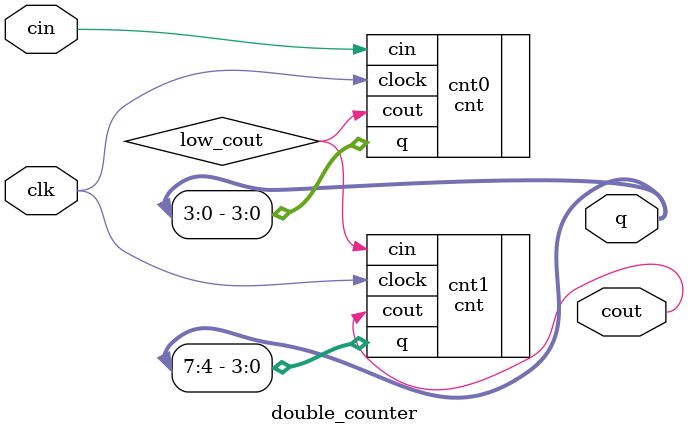
<source format=v>
module double_counter(
	clk,
	cin,
	cout,
	q
);

input clk;
input cin;

output cout;
output [7:0]q;

wire low_cout;

cnt cnt0 (
	.cin ( cin ),
	.clock ( clk ),
	.cout ( low_cout ),
	.q ( q[3:0] )
	);
	
cnt cnt1 (
	.cin ( low_cout ),
	.clock ( clk ),
	.cout ( cout ),
	.q ( q[7:4] )
	);
	


endmodule

</source>
